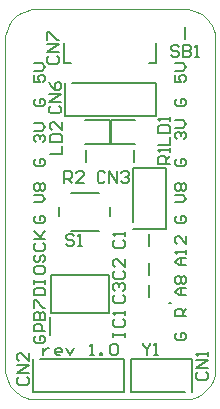
<source format=gto>
G04*
G04 #@! TF.GenerationSoftware,Altium Limited,Altium Designer,22.5.1 (42)*
G04*
G04 Layer_Color=65535*
%FSLAX25Y25*%
%MOIN*%
G70*
G04*
G04 #@! TF.SameCoordinates,C3C7CF66-0B5B-4541-851D-C3C27CC74C65*
G04*
G04*
G04 #@! TF.FilePolarity,Positive*
G04*
G01*
G75*
%ADD10C,0.00787*%
%ADD11C,0.00602*%
%ADD12C,0.00598*%
%ADD13C,0.00600*%
%ADD14C,0.00000*%
D10*
X55087Y32136D02*
X54697D01*
X54689D02*
X55087D01*
X55087D02*
X54697D01*
X50354Y111976D02*
Y118669D01*
X19646Y111976D02*
X22008D01*
X47992D02*
X50354D01*
X19646D02*
Y118669D01*
X21776Y68799D02*
X31224D01*
X21776Y56201D02*
X31224D01*
X17937Y60925D02*
Y64075D01*
X35063Y60925D02*
Y64075D01*
X27000Y79031D02*
Y82968D01*
X43000Y79031D02*
Y82968D01*
X47831Y51032D02*
Y54969D01*
X60000Y120031D02*
Y123969D01*
X26606Y85063D02*
X34874D01*
Y92937D01*
X26606Y92937D02*
X34874D01*
X35126Y85063D02*
X43394D01*
X35126Y85063D02*
Y92937D01*
X43394D01*
X15354Y28701D02*
Y41299D01*
X34646D01*
Y28701D02*
Y41299D01*
X15354Y28701D02*
X34646D01*
X14842Y21319D02*
Y27323D01*
X19882Y94488D02*
Y105512D01*
X22244D02*
X50118D01*
X19882Y94488D02*
X50118D01*
Y105512D01*
X42488Y56882D02*
X53512D01*
X42488Y59244D02*
Y77118D01*
X53512Y56882D02*
Y77118D01*
X42488D02*
X53512D01*
X9382Y2488D02*
Y13512D01*
X11744D02*
X39618D01*
X9382Y2488D02*
X39618D01*
Y13512D01*
X62118Y2488D02*
Y13512D01*
X41882Y2488D02*
X59756D01*
X41882Y13512D02*
X62118D01*
X41882Y2488D02*
Y13512D01*
X48000Y34032D02*
Y37969D01*
X48000Y41532D02*
Y45469D01*
D11*
X10118Y100226D02*
X9462Y99570D01*
Y98258D01*
X10118Y97602D01*
X12742D01*
X13398Y98258D01*
Y99570D01*
X12742Y100226D01*
X11430D01*
Y98914D01*
X10118Y80226D02*
X9462Y79570D01*
Y78258D01*
X10118Y77602D01*
X12742D01*
X13398Y78258D01*
Y79570D01*
X12742Y80226D01*
X11430D01*
Y78914D01*
X10118Y21226D02*
X9462Y20570D01*
Y19258D01*
X10118Y18602D01*
X12742D01*
X13398Y19258D01*
Y20570D01*
X12742Y21226D01*
X11430D01*
Y19914D01*
X57118Y22226D02*
X56462Y21570D01*
Y20258D01*
X57118Y19602D01*
X59742D01*
X60398Y20258D01*
Y21570D01*
X59742Y22226D01*
X58430D01*
Y20914D01*
X10118Y61226D02*
X9462Y60570D01*
Y59258D01*
X10118Y58602D01*
X12742D01*
X13398Y59258D01*
Y60570D01*
X12742Y61226D01*
X11430D01*
Y59914D01*
X57118Y61226D02*
X56462Y60570D01*
Y59258D01*
X57118Y58602D01*
X59742D01*
X60398Y59258D01*
Y60570D01*
X59742Y61226D01*
X58430D01*
Y59914D01*
X56462Y65602D02*
X59086D01*
X60398Y66914D01*
X59086Y68226D01*
X56462D01*
X57118Y69538D02*
X56462Y70194D01*
Y71506D01*
X57118Y72162D01*
X57774D01*
X58430Y71506D01*
X59086Y72162D01*
X59742D01*
X60398Y71506D01*
Y70194D01*
X59742Y69538D01*
X59086D01*
X58430Y70194D01*
X57774Y69538D01*
X57118D01*
X58430Y70194D02*
Y71506D01*
X9462Y65602D02*
X12086D01*
X13398Y66914D01*
X12086Y68226D01*
X9462D01*
X10118Y69538D02*
X9462Y70194D01*
Y71506D01*
X10118Y72162D01*
X10774D01*
X11430Y71506D01*
X12086Y72162D01*
X12742D01*
X13398Y71506D01*
Y70194D01*
X12742Y69538D01*
X12086D01*
X11430Y70194D01*
X10774Y69538D01*
X10118D01*
X11430Y70194D02*
Y71506D01*
X60398Y27602D02*
X56462D01*
Y29570D01*
X57118Y30226D01*
X58430D01*
X59086Y29570D01*
Y27602D01*
Y28914D02*
X60398Y30226D01*
X57118Y86602D02*
X56462Y87258D01*
Y88570D01*
X57118Y89226D01*
X57774D01*
X58430Y88570D01*
Y87914D01*
Y88570D01*
X59086Y89226D01*
X59742D01*
X60398Y88570D01*
Y87258D01*
X59742Y86602D01*
X56462Y90538D02*
X59086D01*
X60398Y91850D01*
X59086Y93162D01*
X56462D01*
X60398Y34602D02*
X57774D01*
X56462Y35914D01*
X57774Y37226D01*
X60398D01*
X58430D01*
Y34602D01*
X57118Y38538D02*
X56462Y39194D01*
Y40506D01*
X57118Y41162D01*
X57774D01*
X58430Y40506D01*
X59086Y41162D01*
X59742D01*
X60398Y40506D01*
Y39194D01*
X59742Y38538D01*
X59086D01*
X58430Y39194D01*
X57774Y38538D01*
X57118D01*
X58430Y39194D02*
Y40506D01*
X57118Y80226D02*
X56462Y79570D01*
Y78258D01*
X57118Y77602D01*
X59742D01*
X60398Y78258D01*
Y79570D01*
X59742Y80226D01*
X58430D01*
Y78914D01*
X10118Y85602D02*
X9462Y86258D01*
Y87570D01*
X10118Y88226D01*
X10774D01*
X11430Y87570D01*
Y86914D01*
Y87570D01*
X12086Y88226D01*
X12742D01*
X13398Y87570D01*
Y86258D01*
X12742Y85602D01*
X9462Y89538D02*
X12086D01*
X13398Y90850D01*
X12086Y92162D01*
X9462D01*
X13398Y22602D02*
X9462D01*
Y24570D01*
X10118Y25226D01*
X11430D01*
X12086Y24570D01*
Y22602D01*
X9462Y26538D02*
X13398D01*
Y28506D01*
X12742Y29162D01*
X12086D01*
X11430Y28506D01*
Y26538D01*
Y28506D01*
X10774Y29162D01*
X10118D01*
X9462Y28506D01*
Y26538D01*
Y30474D02*
Y33098D01*
X10118D01*
X12742Y30474D01*
X13398D01*
X60398Y44602D02*
X57774D01*
X56462Y45914D01*
X57774Y47226D01*
X60398D01*
X58430D01*
Y44602D01*
X60398Y48538D02*
Y49850D01*
Y49194D01*
X56462D01*
X57118Y48538D01*
X60398Y54442D02*
Y51818D01*
X57774Y54442D01*
X57118D01*
X56462Y53786D01*
Y52474D01*
X57118Y51818D01*
X56462Y108226D02*
Y105602D01*
X58430D01*
X57774Y106914D01*
Y107570D01*
X58430Y108226D01*
X59742D01*
X60398Y107570D01*
Y106258D01*
X59742Y105602D01*
X56462Y109538D02*
X59086D01*
X60398Y110850D01*
X59086Y112162D01*
X56462D01*
X57118Y100226D02*
X56462Y99570D01*
Y98258D01*
X57118Y97602D01*
X59742D01*
X60398Y98258D01*
Y99570D01*
X59742Y100226D01*
X58430D01*
Y98914D01*
X9462Y108226D02*
Y105602D01*
X11430D01*
X10774Y106914D01*
Y107570D01*
X11430Y108226D01*
X12742D01*
X13398Y107570D01*
Y106258D01*
X12742Y105602D01*
X9462Y109538D02*
X12086D01*
X13398Y110850D01*
X12086Y112162D01*
X9462D01*
Y34602D02*
X13398D01*
Y36570D01*
X12742Y37226D01*
X10118D01*
X9462Y36570D01*
Y34602D01*
Y38538D02*
Y39850D01*
Y39194D01*
X13398D01*
Y38538D01*
Y39850D01*
X9462Y43786D02*
Y42474D01*
X10118Y41818D01*
X12742D01*
X13398Y42474D01*
Y43786D01*
X12742Y44442D01*
X10118D01*
X9462Y43786D01*
X10118Y48226D02*
X9462Y47570D01*
Y46258D01*
X10118Y45602D01*
X10774D01*
X11430Y46258D01*
Y47570D01*
X12086Y48226D01*
X12742D01*
X13398Y47570D01*
Y46258D01*
X12742Y45602D01*
X10118Y52162D02*
X9462Y51506D01*
Y50194D01*
X10118Y49538D01*
X12742D01*
X13398Y50194D01*
Y51506D01*
X12742Y52162D01*
X9462Y53474D02*
X13398D01*
X12086D01*
X9462Y56098D01*
X11430Y54130D01*
X13398Y56098D01*
D12*
X12498Y17222D02*
Y14598D01*
Y15910D01*
X13154Y16566D01*
X13810Y17222D01*
X14466D01*
X18402Y14598D02*
X17090D01*
X16434Y15254D01*
Y16566D01*
X17090Y17222D01*
X18402D01*
X19058Y16566D01*
Y15910D01*
X16434D01*
X20370Y17222D02*
X21682Y14598D01*
X22994Y17222D01*
X28241Y14598D02*
X29553D01*
X28897D01*
Y18534D01*
X28241Y17878D01*
X31521Y14598D02*
Y15254D01*
X32177D01*
Y14598D01*
X31521D01*
X34801Y17878D02*
X35457Y18534D01*
X36769D01*
X37425Y17878D01*
Y15254D01*
X36769Y14598D01*
X35457D01*
X34801Y15254D01*
Y17878D01*
D13*
X54968Y78376D02*
X51032D01*
Y80344D01*
X51688Y81000D01*
X53000D01*
X53656Y80344D01*
Y78376D01*
Y79688D02*
X54968Y81000D01*
Y82312D02*
Y83624D01*
Y82968D01*
X51032D01*
X51688Y82312D01*
X23000Y54312D02*
X22344Y54968D01*
X21032D01*
X20376Y54312D01*
Y53656D01*
X21032Y53000D01*
X22344D01*
X23000Y52344D01*
Y51688D01*
X22344Y51032D01*
X21032D01*
X20376Y51688D01*
X24312Y51032D02*
X25624D01*
X24968D01*
Y54968D01*
X24312Y54312D01*
X45776Y18668D02*
Y18012D01*
X47088Y16700D01*
X48400Y18012D01*
Y18668D01*
X47088Y16700D02*
Y14732D01*
X49712D02*
X51024D01*
X50368D01*
Y18668D01*
X49712Y18012D01*
X15032Y81752D02*
X18968D01*
Y84376D01*
X15032Y85688D02*
X18968D01*
Y87656D01*
X18312Y88312D01*
X15688D01*
X15032Y87656D01*
Y85688D01*
X18968Y92248D02*
Y89624D01*
X16344Y92248D01*
X15688D01*
X15032Y91592D01*
Y90280D01*
X15688Y89624D01*
X36032Y20736D02*
Y22048D01*
Y21392D01*
X39968D01*
Y20736D01*
Y22048D01*
X36688Y26640D02*
X36032Y25984D01*
Y24672D01*
X36688Y24016D01*
X39312D01*
X39968Y24672D01*
Y25984D01*
X39312Y26640D01*
X39968Y27952D02*
Y29264D01*
Y28608D01*
X36032D01*
X36688Y27952D01*
X51032Y84908D02*
X54968D01*
Y87532D01*
X51032Y88844D02*
X54968D01*
Y90812D01*
X54312Y91468D01*
X51688D01*
X51032Y90812D01*
Y88844D01*
X54968Y92780D02*
Y94092D01*
Y93436D01*
X51032D01*
X51688Y92780D01*
X33376Y75312D02*
X32720Y75968D01*
X31408D01*
X30752Y75312D01*
Y72688D01*
X31408Y72032D01*
X32720D01*
X33376Y72688D01*
X34688Y72032D02*
Y75968D01*
X37312Y72032D01*
Y75968D01*
X38624Y75312D02*
X39280Y75968D01*
X40592D01*
X41248Y75312D01*
Y74656D01*
X40592Y74000D01*
X39936D01*
X40592D01*
X41248Y73344D01*
Y72688D01*
X40592Y72032D01*
X39280D01*
X38624Y72688D01*
X64188Y9032D02*
X63532Y8376D01*
Y7064D01*
X64188Y6408D01*
X66812D01*
X67468Y7064D01*
Y8376D01*
X66812Y9032D01*
X67468Y10344D02*
X63532D01*
X67468Y12968D01*
X63532D01*
X67468Y14280D02*
Y15592D01*
Y14936D01*
X63532D01*
X64188Y14280D01*
X58032Y117312D02*
X57376Y117968D01*
X56064D01*
X55408Y117312D01*
Y116656D01*
X56064Y116000D01*
X57376D01*
X58032Y115344D01*
Y114688D01*
X57376Y114032D01*
X56064D01*
X55408Y114688D01*
X59344Y117968D02*
Y114032D01*
X61312D01*
X61968Y114688D01*
Y115344D01*
X61312Y116000D01*
X59344D01*
X61312D01*
X61968Y116656D01*
Y117312D01*
X61312Y117968D01*
X59344D01*
X63280Y114032D02*
X64592D01*
X63936D01*
Y117968D01*
X63280Y117312D01*
X19720Y72032D02*
Y75968D01*
X21688D01*
X22344Y75312D01*
Y74000D01*
X21688Y73344D01*
X19720D01*
X21032D02*
X22344Y72032D01*
X26280D02*
X23656D01*
X26280Y74656D01*
Y75312D01*
X25624Y75968D01*
X24312D01*
X23656Y75312D01*
X14688Y114376D02*
X14032Y113720D01*
Y112408D01*
X14688Y111752D01*
X17312D01*
X17968Y112408D01*
Y113720D01*
X17312Y114376D01*
X17968Y115688D02*
X14032D01*
X17968Y118312D01*
X14032D01*
Y119624D02*
Y122248D01*
X14688D01*
X17312Y119624D01*
X17968D01*
X15188Y97876D02*
X14532Y97220D01*
Y95908D01*
X15188Y95252D01*
X17812D01*
X18468Y95908D01*
Y97220D01*
X17812Y97876D01*
X18468Y99188D02*
X14532D01*
X18468Y101812D01*
X14532D01*
Y105748D02*
X15188Y104436D01*
X16500Y103124D01*
X17812D01*
X18468Y103780D01*
Y105092D01*
X17812Y105748D01*
X17156D01*
X16500Y105092D01*
Y103124D01*
X4688Y7376D02*
X4032Y6720D01*
Y5408D01*
X4688Y4752D01*
X7312D01*
X7968Y5408D01*
Y6720D01*
X7312Y7376D01*
X7968Y8688D02*
X4032D01*
X7968Y11312D01*
X4032D01*
X7968Y15248D02*
Y12624D01*
X5344Y15248D01*
X4688D01*
X4032Y14592D01*
Y13280D01*
X4688Y12624D01*
X36688Y34844D02*
X36032Y34188D01*
Y32876D01*
X36688Y32220D01*
X39312D01*
X39968Y32876D01*
Y34188D01*
X39312Y34844D01*
X36688Y36156D02*
X36032Y36812D01*
Y38124D01*
X36688Y38780D01*
X37344D01*
X38000Y38124D01*
Y37468D01*
Y38124D01*
X38656Y38780D01*
X39312D01*
X39968Y38124D01*
Y36812D01*
X39312Y36156D01*
X36688Y42844D02*
X36032Y42188D01*
Y40876D01*
X36688Y40220D01*
X39312D01*
X39968Y40876D01*
Y42188D01*
X39312Y42844D01*
X39968Y46780D02*
Y44156D01*
X37344Y46780D01*
X36688D01*
X36032Y46124D01*
Y44812D01*
X36688Y44156D01*
X36519Y53000D02*
X35863Y52344D01*
Y51032D01*
X36519Y50376D01*
X39143D01*
X39799Y51032D01*
Y52344D01*
X39143Y53000D01*
X39799Y54312D02*
Y55624D01*
Y54968D01*
X35863D01*
X36519Y54312D01*
D14*
X70000Y120000D02*
X69952Y120980D01*
X69808Y121951D01*
X69569Y122903D01*
X69239Y123827D01*
X68819Y124714D01*
X68315Y125556D01*
X67730Y126344D01*
X67071Y127071D01*
X66344Y127730D01*
X65556Y128315D01*
X64714Y128819D01*
X63827Y129239D01*
X62903Y129569D01*
X61951Y129808D01*
X60980Y129952D01*
X60000Y130000D01*
Y0D02*
X60980Y48D01*
X61951Y192D01*
X62903Y431D01*
X63827Y761D01*
X64714Y1181D01*
X65556Y1685D01*
X66344Y2270D01*
X67071Y2929D01*
X67730Y3656D01*
X68315Y4444D01*
X68819Y5286D01*
X69239Y6173D01*
X69569Y7097D01*
X69808Y8049D01*
X69952Y9020D01*
X70000Y10000D01*
X0D02*
X48Y9020D01*
X192Y8049D01*
X431Y7097D01*
X761Y6173D01*
X1181Y5286D01*
X1685Y4444D01*
X2270Y3656D01*
X2929Y2929D01*
X3656Y2270D01*
X4444Y1685D01*
X5286Y1181D01*
X6173Y761D01*
X7097Y431D01*
X8049Y192D01*
X9020Y48D01*
X10000Y0D01*
Y130000D02*
X9020Y129952D01*
X8049Y129808D01*
X7097Y129569D01*
X6173Y129239D01*
X5286Y128819D01*
X4444Y128315D01*
X3656Y127730D01*
X2929Y127071D01*
X2270Y126344D01*
X1685Y125556D01*
X1181Y124714D01*
X761Y123827D01*
X431Y122903D01*
X192Y121951D01*
X48Y120980D01*
X0Y120000D01*
X10000Y130000D02*
X60000D01*
X70000Y10000D02*
Y120000D01*
X10000Y0D02*
X60000D01*
X0Y10000D02*
Y120000D01*
M02*

</source>
